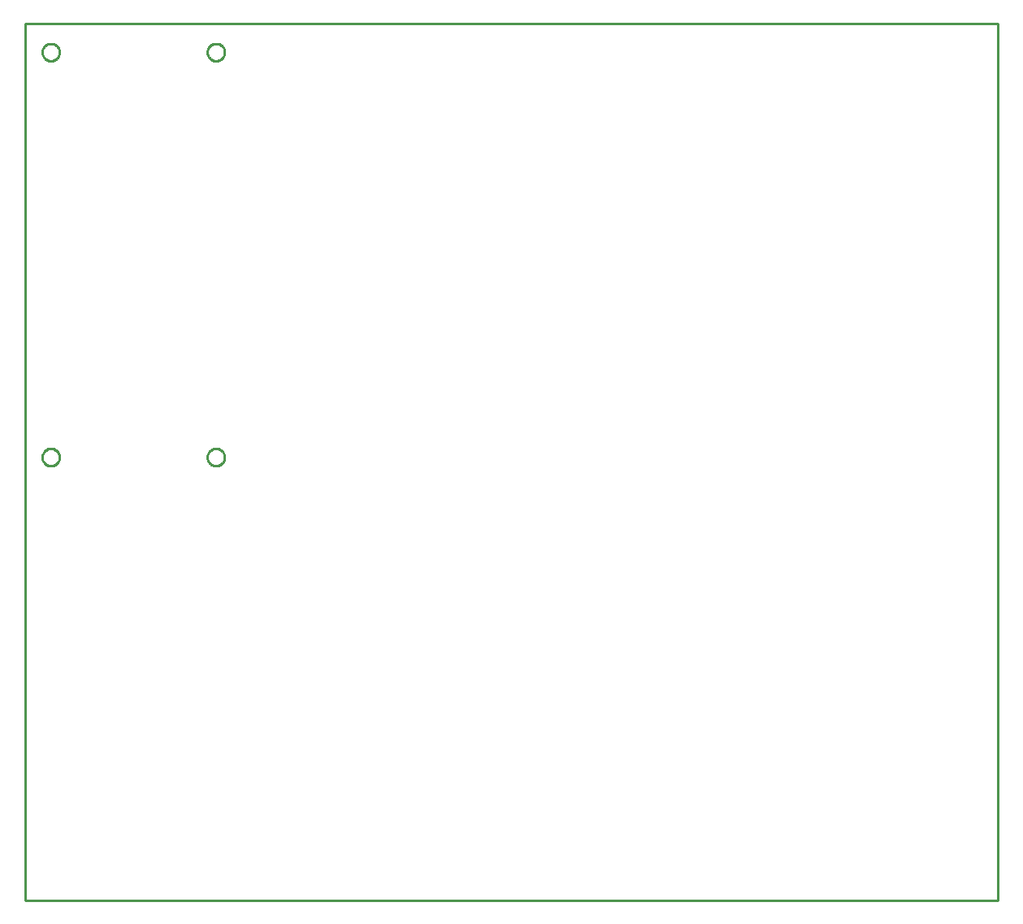
<source format=gbr>
G04 EAGLE Gerber X2 export*
%TF.Part,Single*%
%TF.FileFunction,Profile,NP*%
%TF.FilePolarity,Positive*%
%TF.GenerationSoftware,Autodesk,EAGLE,9.1.3*%
%TF.CreationDate,2018-12-04T08:52:57Z*%
G75*
%MOMM*%
%FSLAX34Y34*%
%LPD*%
%AMOC8*
5,1,8,0,0,1.08239X$1,22.5*%
G01*
%ADD10C,0.254000*%


D10*
X0Y0D02*
X1012700Y0D01*
X1012700Y914300D01*
X0Y914300D01*
X0Y0D01*
X197907Y875100D02*
X197124Y875169D01*
X196350Y875305D01*
X195591Y875508D01*
X194853Y875777D01*
X194140Y876109D01*
X193460Y876502D01*
X192816Y876953D01*
X192214Y877458D01*
X191658Y878014D01*
X191153Y878616D01*
X190702Y879260D01*
X190309Y879940D01*
X189977Y880653D01*
X189708Y881391D01*
X189505Y882150D01*
X189369Y882924D01*
X189300Y883707D01*
X189300Y884493D01*
X189369Y885276D01*
X189505Y886050D01*
X189708Y886809D01*
X189977Y887547D01*
X190309Y888260D01*
X190702Y888940D01*
X191153Y889584D01*
X191658Y890186D01*
X192214Y890742D01*
X192816Y891247D01*
X193460Y891698D01*
X194140Y892091D01*
X194853Y892423D01*
X195591Y892692D01*
X196350Y892895D01*
X197124Y893032D01*
X197907Y893100D01*
X198693Y893100D01*
X199476Y893032D01*
X200250Y892895D01*
X201009Y892692D01*
X201747Y892423D01*
X202460Y892091D01*
X203140Y891698D01*
X203784Y891247D01*
X204386Y890742D01*
X204942Y890186D01*
X205447Y889584D01*
X205898Y888940D01*
X206291Y888260D01*
X206623Y887547D01*
X206892Y886809D01*
X207095Y886050D01*
X207232Y885276D01*
X207300Y884493D01*
X207300Y883707D01*
X207232Y882924D01*
X207095Y882150D01*
X206892Y881391D01*
X206623Y880653D01*
X206291Y879940D01*
X205898Y879260D01*
X205447Y878616D01*
X204942Y878014D01*
X204386Y877458D01*
X203784Y876953D01*
X203140Y876502D01*
X202460Y876109D01*
X201747Y875777D01*
X201009Y875508D01*
X200250Y875305D01*
X199476Y875169D01*
X198693Y875100D01*
X197907Y875100D01*
X25907Y875100D02*
X25124Y875169D01*
X24350Y875305D01*
X23591Y875508D01*
X22853Y875777D01*
X22140Y876109D01*
X21460Y876502D01*
X20816Y876953D01*
X20214Y877458D01*
X19658Y878014D01*
X19153Y878616D01*
X18702Y879260D01*
X18309Y879940D01*
X17977Y880653D01*
X17708Y881391D01*
X17505Y882150D01*
X17369Y882924D01*
X17300Y883707D01*
X17300Y884493D01*
X17369Y885276D01*
X17505Y886050D01*
X17708Y886809D01*
X17977Y887547D01*
X18309Y888260D01*
X18702Y888940D01*
X19153Y889584D01*
X19658Y890186D01*
X20214Y890742D01*
X20816Y891247D01*
X21460Y891698D01*
X22140Y892091D01*
X22853Y892423D01*
X23591Y892692D01*
X24350Y892895D01*
X25124Y893032D01*
X25907Y893100D01*
X26693Y893100D01*
X27476Y893032D01*
X28250Y892895D01*
X29009Y892692D01*
X29747Y892423D01*
X30460Y892091D01*
X31140Y891698D01*
X31784Y891247D01*
X32386Y890742D01*
X32942Y890186D01*
X33447Y889584D01*
X33898Y888940D01*
X34291Y888260D01*
X34623Y887547D01*
X34892Y886809D01*
X35095Y886050D01*
X35232Y885276D01*
X35300Y884493D01*
X35300Y883707D01*
X35232Y882924D01*
X35095Y882150D01*
X34892Y881391D01*
X34623Y880653D01*
X34291Y879940D01*
X33898Y879260D01*
X33447Y878616D01*
X32942Y878014D01*
X32386Y877458D01*
X31784Y876953D01*
X31140Y876502D01*
X30460Y876109D01*
X29747Y875777D01*
X29009Y875508D01*
X28250Y875305D01*
X27476Y875169D01*
X26693Y875100D01*
X25907Y875100D01*
X25907Y453100D02*
X25124Y453169D01*
X24350Y453305D01*
X23591Y453508D01*
X22853Y453777D01*
X22140Y454109D01*
X21460Y454502D01*
X20816Y454953D01*
X20214Y455458D01*
X19658Y456014D01*
X19153Y456616D01*
X18702Y457260D01*
X18309Y457940D01*
X17977Y458653D01*
X17708Y459391D01*
X17505Y460150D01*
X17369Y460924D01*
X17300Y461707D01*
X17300Y462493D01*
X17369Y463276D01*
X17505Y464050D01*
X17708Y464809D01*
X17977Y465547D01*
X18309Y466260D01*
X18702Y466940D01*
X19153Y467584D01*
X19658Y468186D01*
X20214Y468742D01*
X20816Y469247D01*
X21460Y469698D01*
X22140Y470091D01*
X22853Y470423D01*
X23591Y470692D01*
X24350Y470895D01*
X25124Y471032D01*
X25907Y471100D01*
X26693Y471100D01*
X27476Y471032D01*
X28250Y470895D01*
X29009Y470692D01*
X29747Y470423D01*
X30460Y470091D01*
X31140Y469698D01*
X31784Y469247D01*
X32386Y468742D01*
X32942Y468186D01*
X33447Y467584D01*
X33898Y466940D01*
X34291Y466260D01*
X34623Y465547D01*
X34892Y464809D01*
X35095Y464050D01*
X35232Y463276D01*
X35300Y462493D01*
X35300Y461707D01*
X35232Y460924D01*
X35095Y460150D01*
X34892Y459391D01*
X34623Y458653D01*
X34291Y457940D01*
X33898Y457260D01*
X33447Y456616D01*
X32942Y456014D01*
X32386Y455458D01*
X31784Y454953D01*
X31140Y454502D01*
X30460Y454109D01*
X29747Y453777D01*
X29009Y453508D01*
X28250Y453305D01*
X27476Y453169D01*
X26693Y453100D01*
X25907Y453100D01*
X197907Y453100D02*
X197124Y453169D01*
X196350Y453305D01*
X195591Y453508D01*
X194853Y453777D01*
X194140Y454109D01*
X193460Y454502D01*
X192816Y454953D01*
X192214Y455458D01*
X191658Y456014D01*
X191153Y456616D01*
X190702Y457260D01*
X190309Y457940D01*
X189977Y458653D01*
X189708Y459391D01*
X189505Y460150D01*
X189369Y460924D01*
X189300Y461707D01*
X189300Y462493D01*
X189369Y463276D01*
X189505Y464050D01*
X189708Y464809D01*
X189977Y465547D01*
X190309Y466260D01*
X190702Y466940D01*
X191153Y467584D01*
X191658Y468186D01*
X192214Y468742D01*
X192816Y469247D01*
X193460Y469698D01*
X194140Y470091D01*
X194853Y470423D01*
X195591Y470692D01*
X196350Y470895D01*
X197124Y471032D01*
X197907Y471100D01*
X198693Y471100D01*
X199476Y471032D01*
X200250Y470895D01*
X201009Y470692D01*
X201747Y470423D01*
X202460Y470091D01*
X203140Y469698D01*
X203784Y469247D01*
X204386Y468742D01*
X204942Y468186D01*
X205447Y467584D01*
X205898Y466940D01*
X206291Y466260D01*
X206623Y465547D01*
X206892Y464809D01*
X207095Y464050D01*
X207232Y463276D01*
X207300Y462493D01*
X207300Y461707D01*
X207232Y460924D01*
X207095Y460150D01*
X206892Y459391D01*
X206623Y458653D01*
X206291Y457940D01*
X205898Y457260D01*
X205447Y456616D01*
X204942Y456014D01*
X204386Y455458D01*
X203784Y454953D01*
X203140Y454502D01*
X202460Y454109D01*
X201747Y453777D01*
X201009Y453508D01*
X200250Y453305D01*
X199476Y453169D01*
X198693Y453100D01*
X197907Y453100D01*
M02*

</source>
